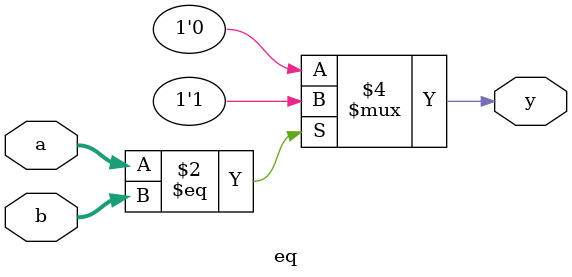
<source format=v>
module eq(a,b,y);

input [3:0] a,b;
output reg y;

always @ (*) 
	begin
	if (a==b) y=1;
	
	else y=0;
	end
	
endmodule

</source>
